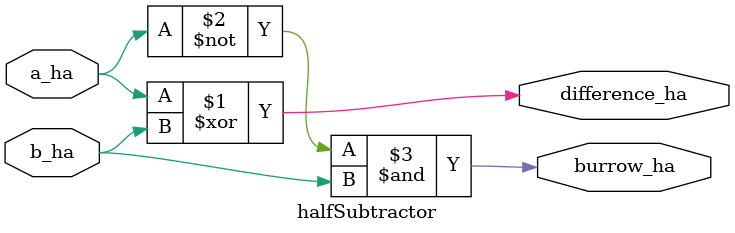
<source format=v>
/*

*/

module fullSubtractor(
						input a_fa, b_fa, bur_fa,
						output difference_fa, burrow_fa
					 );

wire ha1_diff;
wire ha1_burr;
wire ha2_burr;

halfSubtractor hs1 (
					.a_ha(a_fa),
					.b_ha(b_fa),
					.difference_ha(ha1_diff),
					.burrow_ha(ha1_burr)
					);

halfSubtractor hs2 (
					.a_ha(ha1_diff),
					.b_ha(bur_fa),
					.difference_ha(difference_fa),
					.burrow_ha(ha2_burr)
					);

assign burrow_fa = ha1_burr | ha2_burr;


// where, ha1_burr = (~a_fa) | b_fa
// where, ha2_burr = (~(a^b))| bur_fa`

/*
// Dataflow modelling
assign difference_fa = a_fa ^ b_fa ^ bur_fa;
//assign burrow_fa	 = ((~a_fa) & b_fa) | (~(a_fa ^ b_fa) & bur_fa);	
						// or
assign burrow_fa	 = ((~a_fa) & b_fa) | (	(a_fa ^~ b_fa) & bur_fa);	
*/

endmodule



module halfSubtractor(	
						input a_ha, b_ha,
						output difference_ha, burrow_ha
					 );

// Dataflow Model
assign difference_ha = a_ha^b_ha;
assign burrow_ha	 = (~a_ha)&b_ha; 

endmodule

</source>
